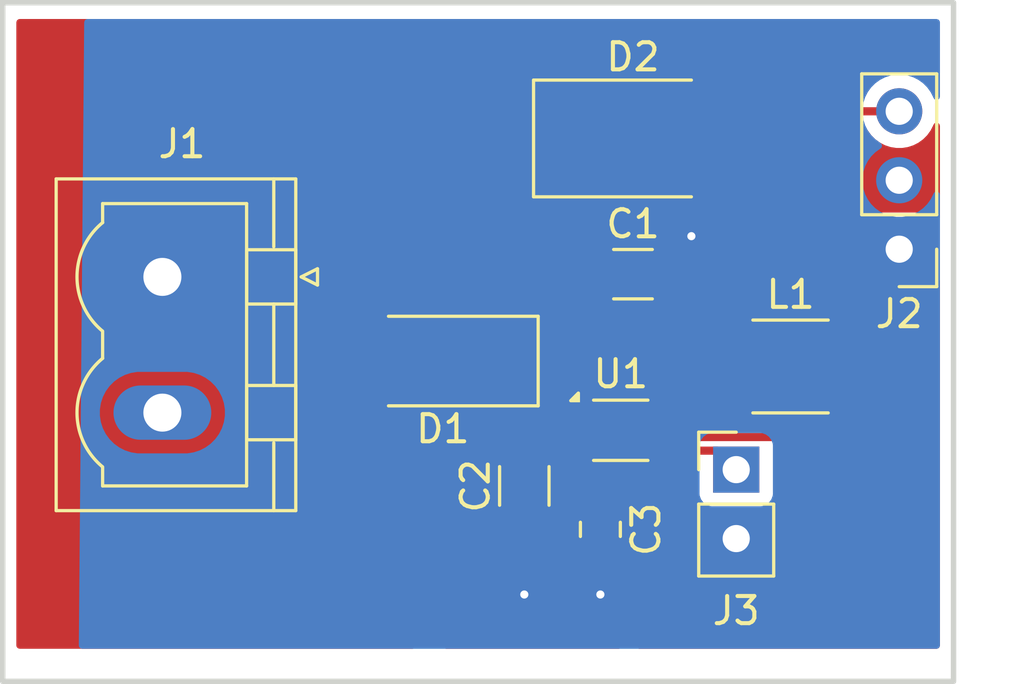
<source format=kicad_pcb>
(kicad_pcb (version 20241229) (generator "pcbnew") (generator_version "9.0")
  (layers (0 "F.Cu" signal) (2 "B.Cu" signal) (13 "F.Paste" user) (15 "B.Paste" user) (5 "F.SilkS" user "F.Silkscreen") (7 "B.SilkS" user "B.Silkscreen") (1 "F.Mask" user) (3 "B.Mask" user) (25 "Edge.Cuts" user))
  (net 0 "")
  (net 1 "GND")
  (net 2 "Net-(U1-VCC)")
  (net 3 "Net-(J2-Pin_2)")
  (net 4 "Net-(J2-Pin_3)")
  (net 5 "Net-(J3-Pin_1)")
  (net 6 "Net-(U1-LX)")
  (net 7 "Net-(D1-K)")
  (net 8 "Net-(D1-A)")
  (footprint "Connector_Phoenix_MSTB:PhoenixContact_MSTBVA_2,5_2-G_1x02_P5.00mm_Vertical" (layer "F.Cu") (at 53.6775 66.9 -90)
    (property "Reference" "J1" (at -4.9 -0.7225 180) (layer "F.SilkS"))
    (property "Value" "Input")
    (fp_line (start -3.61 3.91) (end 8.61 3.91) (stroke (width 0.12)) (layer "F.SilkS"))
    (fp_line (start 8.61 3.91) (end 8.61 -4.91) (stroke (width 0.12)) (layer "F.SilkS"))
    (fp_line (start -2.7 2.2) (end -2.7 -3.1) (stroke (width 0.12)) (layer "F.SilkS"))
    (fp_line (start -2 2.2) (end -2.7 2.2) (stroke (width 0.12)) (layer "F.SilkS"))
    (fp_line (start 2 2.2) (end 3 2.2) (stroke (width 0.12)) (layer "F.SilkS"))
    (fp_line (start 7.7 2.2) (end 7 2.2) (stroke (width 0.12)) (layer "F.SilkS"))
    (fp_line (start -2.7 -3.1) (end 7.7 -3.1) (stroke (width 0.12)) (layer "F.SilkS"))
    (fp_line (start -1 -3.1) (end -1 -4.91) (stroke (width 0.12)) (layer "F.SilkS"))
    (fp_line (start 1 -3.1) (end -1 -3.1) (stroke (width 0.12)) (layer "F.SilkS"))
    (fp_line (start 4 -3.1) (end 4 -4.91) (stroke (width 0.12)) (layer "F.SilkS"))
    (fp_line (start 6 -3.1) (end 4 -3.1) (stroke (width 0.12)) (layer "F.SilkS"))
    (fp_line (start 7.7 -3.1) (end 7.7 2.2) (stroke (width 0.12)) (layer "F.SilkS"))
    (fp_line (start -3.61 -4.1) (end -1.11 -4.1) (stroke (width 0.12)) (layer "F.SilkS"))
    (fp_line (start 1 -4.1) (end 4 -4.1) (stroke (width 0.12)) (layer "F.SilkS"))
    (fp_line (start 8.61 -4.1) (end 6.11 -4.1) (stroke (width 0.12)) (layer "F.SilkS"))
    (fp_line (start -3.61 -4.91) (end -3.61 3.91) (stroke (width 0.12)) (layer "F.SilkS"))
    (fp_line (start -1 -4.91) (end 1 -4.91) (stroke (width 0.12)) (layer "F.SilkS"))
    (fp_line (start 1 -4.91) (end 1 -3.1) (stroke (width 0.12)) (layer "F.SilkS"))
    (fp_line (start 4 -4.91) (end 6 -4.91) (stroke (width 0.12)) (layer "F.SilkS"))
    (fp_line (start 6 -4.91) (end 6 -3.1) (stroke (width 0.12)) (layer "F.SilkS"))
    (fp_line (start 8.61 -4.91) (end -3.61 -4.91) (stroke (width 0.12)) (layer "F.SilkS"))
    (fp_line (start 0 -5.11) (end -0.3 -5.71) (stroke (width 0.12)) (layer "F.SilkS"))
    (fp_line (start -0.3 -5.71) (end 0.3 -5.71) (stroke (width 0.12)) (layer "F.SilkS"))
    (fp_line (start 0.3 -5.71) (end 0 -5.11) (stroke (width 0.12)) (layer "F.SilkS"))
    (fp_arc (start 1.986842 2.215821) (mid -0.010289 3.142758) (end -2 2.2) (stroke (width 0.12)) (layer "F.SilkS"))
    (fp_arc (start 6.986842 2.215821) (mid 4.989711 3.142758) (end 3 2.2) (stroke (width 0.12)) (layer "F.SilkS"))
    (pad "1" thru_hole roundrect (at 0 0 270) (size 2 3.6) (drill 1.4) (layers "*.Cu" "*.Mask") (roundrect_rratio 0.125) (net 1 "GND"))
    (pad "2" thru_hole oval (at 5 0 270) (size 2 3.6) (drill 1.4) (layers "*.Cu" "*.Mask") (net 8 "Net-(D1-A)"))
  )
  (footprint "Capacitor_SMD:C_1206_3216Metric" (layer "F.Cu") (at 71 66.8)
    (property "Reference" "C1" (at 0 -1.85 0) (layer "F.SilkS"))
    (property "Value" "1uF" (hide yes))
    (fp_line (start -0.711252 -0.91) (end 0.711252 -0.91) (stroke (width 0.12)) (layer "F.SilkS"))
    (fp_line (start -0.711252 0.91) (end 0.711252 0.91) (stroke (width 0.12)) (layer "F.SilkS"))
    (pad "1" smd roundrect (at -1.475 0) (size 1.15 1.8) (layers "F.Cu" "F.Mask" "F.Paste") (roundrect_rratio 0.217391) (net 7 "Net-(D1-K)"))
    (pad "2" smd roundrect (at 1.475 0) (size 1.15 1.8) (layers "F.Cu" "F.Mask" "F.Paste") (roundrect_rratio 0.217391) (net 1 "GND"))
  )
  (footprint "Diode_SMD:D_SMA" (layer "F.Cu") (at 64 70 180)
    (property "Reference" "D1" (at 0 -2.5 0) (layer "F.SilkS"))
    (property "Value" "D_Schottky_Small" (hide yes))
    (fp_line (start -3.51 1.65) (end 2 1.65) (stroke (width 0.12)) (layer "F.SilkS"))
    (fp_line (start -3.51 -1.65) (end 2 -1.65) (stroke (width 0.12)) (layer "F.SilkS"))
    (fp_line (start -3.51 -1.65) (end -3.51 1.65) (stroke (width 0.12)) (layer "F.SilkS"))
    (pad "1" smd roundrect (at -2 0 180) (size 2.5 1.8) (layers "F.Cu" "F.Mask" "F.Paste") (roundrect_rratio 0.1388888889) (net 7 "Net-(D1-K)"))
    (pad "2" smd roundrect (at 2 0 180) (size 2.5 1.8) (layers "F.Cu" "F.Mask" "F.Paste") (roundrect_rratio 0.1388888889) (net 8 "Net-(D1-A)"))
  )
  (footprint "Connector_PinHeader_2.54mm:PinHeader_1x03_P2.54mm_Vertical" (layer "F.Cu") (at 80.8 65.88 180)
    (property "Reference" "J2" (at 0 -2.38 0) (layer "F.SilkS"))
    (property "Value" "Output")
    (fp_line (start 1.38 1.27) (end 1.38 6.46) (stroke (width 0.12)) (layer "F.SilkS"))
    (fp_line (start -1.38 6.46) (end 1.38 6.46) (stroke (width 0.12)) (layer "F.SilkS"))
    (fp_line (start -1.38 1.27) (end 1.38 1.27) (stroke (width 0.12)) (layer "F.SilkS"))
    (fp_line (start -1.38 1.27) (end -1.38 6.46) (stroke (width 0.12)) (layer "F.SilkS"))
    (fp_line (start -1.38 0) (end -1.38 -1.38) (stroke (width 0.12)) (layer "F.SilkS"))
    (fp_line (start -1.38 -1.38) (end 0 -1.38) (stroke (width 0.12)) (layer "F.SilkS"))
    (pad "1" thru_hole rect (at 0 0 180) (size 1.7 1.7) (drill 1) (layers "*.Cu" "*.Mask") (net 1 "GND"))
    (pad "2" thru_hole circle (at 0 2.54 180) (size 1.7 1.7) (drill 1) (layers "*.Cu" "*.Mask") (net 3 "Net-(J2-Pin_2)"))
    (pad "3" thru_hole circle (at 0 5.08 180) (size 1.7 1.7) (drill 1) (layers "*.Cu" "*.Mask") (net 4 "Net-(J2-Pin_3)"))
  )
  (footprint "Capacitor_SMD:C_0805_2012Metric" (layer "F.Cu") (at 69.8 76.2 -90)
    (property "Reference" "C3" (at 0 -1.68 90) (layer "F.SilkS"))
    (property "Value" "10uF" (hide yes))
    (fp_line (start -0.261252 0.735) (end 0.261252 0.735) (stroke (width 0.12)) (layer "F.SilkS"))
    (fp_line (start -0.261252 -0.735) (end 0.261252 -0.735) (stroke (width 0.12)) (layer "F.SilkS"))
    (pad "1" smd roundrect (at -0.95 0 270) (size 1 1.45) (layers "F.Cu" "F.Mask" "F.Paste") (net 3 "Net-(J2-Pin_2)"))
    (pad "2" smd roundrect (at 0.95 0 270) (size 1 1.45) (layers "F.Cu" "F.Mask" "F.Paste") (net 1 "GND"))
  )
  (footprint "Inductor_SMD:L_1812_4532Metric" (layer "F.Cu") (at 76.8 70.2)
    (property "Reference" "L1" (at 0 -2.65 0) (layer "F.SilkS"))
    (property "Value" "33uH" (hide yes))
    (fp_line (start -1.386252 -1.71) (end 1.386252 -1.71) (stroke (width 0.12)) (layer "F.SilkS"))
    (fp_line (start -1.386252 1.71) (end 1.386252 1.71) (stroke (width 0.12)) (layer "F.SilkS"))
    (pad "1" smd roundrect (at -2.1375 0) (size 1.125 3.4) (layers "F.Cu" "F.Mask" "F.Paste") (roundrect_rratio 0.222222) (net 6 "Net-(U1-LX)"))
    (pad "2" smd roundrect (at 2.1375 0) (size 1.125 3.4) (layers "F.Cu" "F.Mask" "F.Paste") (roundrect_rratio 0.222222) (net 3 "Net-(J2-Pin_2)"))
  )
  (footprint "Connector_PinHeader_2.54mm:PinHeader_1x02_P2.54mm_Vertical" (layer "F.Cu") (at 74.8 74)
    (property "Reference" "J3" (at 0 5.2 0) (layer "F.SilkS"))
    (property "Value" "Mode")
    (fp_line (start -1.38 -1.38) (end 0 -1.38) (stroke (width 0.12)) (layer "F.SilkS"))
    (fp_line (start -1.38 0) (end -1.38 -1.38) (stroke (width 0.12)) (layer "F.SilkS"))
    (fp_line (start -1.38 1.27) (end -1.38 3.92) (stroke (width 0.12)) (layer "F.SilkS"))
    (fp_line (start -1.38 1.27) (end 1.38 1.27) (stroke (width 0.12)) (layer "F.SilkS"))
    (fp_line (start -1.38 3.92) (end 1.38 3.92) (stroke (width 0.12)) (layer "F.SilkS"))
    (fp_line (start 1.38 1.27) (end 1.38 3.92) (stroke (width 0.12)) (layer "F.SilkS"))
    (pad "1" thru_hole rect (at 0 0) (size 1.7 1.7) (drill 1) (layers "*.Cu" "*.Mask") (net 5 "Net-(J3-Pin_1)"))
    (pad "2" thru_hole circle (at 0 2.54) (size 1.7 1.7) (drill 1) (layers "*.Cu" "*.Mask") (net 1 "GND"))
  )
  (footprint "Package_DFN_QFN:DFN-8_2x2mm_P0.5mm" (layer "F.Cu") (at 70.55 72.55)
    (property "Reference" "U1" (at 0 -2.075 0) (layer "F.SilkS"))
    (property "Value" "MAX15062A" (hide yes))
    (fp_line (start -1 -1.11) (end 1 -1.11) (stroke (width 0.12)) (layer "F.SilkS"))
    (fp_line (start -1 1.11) (end 1 1.11) (stroke (width 0.12)) (layer "F.SilkS"))
    (fp_poly (pts (xy -1.56 -1.09) (xy -1.84 -1.09) (xy -1.56 -1.37) (xy -1.56 -1.09)) (stroke (width 0.12)) (fill yes) (layer "F.SilkS"))
    (pad "1" smd rect (at -0.95 -0.75) (size 0.85 0.3) (layers "F.Cu" "F.Mask" "F.Paste") (net 7 "Net-(D1-K)"))
    (pad "2" smd rect (at -0.95 -0.25) (size 0.85 0.3) (layers "F.Cu" "F.Mask" "F.Paste") (net 7 "Net-(D1-K)"))
    (pad "3" smd rect (at -0.95 0.25) (size 0.85 0.3) (layers "F.Cu" "F.Mask" "F.Paste") (net 2 "Net-(U1-VCC)"))
    (pad "4" smd rect (at -0.95 0.75) (size 0.85 0.3) (layers "F.Cu" "F.Mask" "F.Paste") (net 3 "Net-(J2-Pin_2)"))
    (pad "5" smd rect (at 0.95 0.75) (size 0.85 0.3) (layers "F.Cu" "F.Mask" "F.Paste") (net 5 "Net-(J3-Pin_1)"))
    (pad "6" smd rect (at 0.95 0.25) (size 0.85 0.3) (layers "F.Cu" "F.Mask" "F.Paste") (net 4 "Net-(J2-Pin_3)"))
    (pad "7" smd rect (at 0.95 -0.25) (size 0.85 0.3) (layers "F.Cu" "F.Mask" "F.Paste") (net 1 "GND"))
    (pad "8" smd rect (at 0.95 -0.75) (size 0.85 0.3) (layers "F.Cu" "F.Mask" "F.Paste") (net 6 "Net-(U1-LX)"))
  )
  (footprint "Diode_SMD:D_SMB" (layer "F.Cu") (at 71 61.8)
    (property "Reference" "D2" (at 0 -3 0) (layer "F.SilkS"))
    (property "Value" "SM6T68A" (hide yes))
    (fp_line (start -3.66 -2.15) (end -3.66 2.15) (stroke (width 0.12)) (layer "F.SilkS"))
    (fp_line (start -3.66 -2.15) (end 2.15 -2.15) (stroke (width 0.12)) (layer "F.SilkS"))
    (fp_line (start -3.66 2.15) (end 2.15 2.15) (stroke (width 0.12)) (layer "F.SilkS"))
    (pad "1" smd roundrect (at -2.15 0) (size 2.5 2.3) (layers "F.Cu" "F.Mask" "F.Paste") (roundrect_rratio 0.1086956522) (net 7 "Net-(D1-K)"))
    (pad "2" smd roundrect (at 2.15 0) (size 2.5 2.3) (layers "F.Cu" "F.Mask" "F.Paste") (roundrect_rratio 0.1086956522) (net 1 "GND"))
  )
  (footprint "Capacitor_SMD:C_1206_3216Metric" (layer "F.Cu") (at 67 74.6 -90)
    (property "Reference" "C2" (at 0 1.8 90) (layer "F.SilkS"))
    (property "Value" "1uF" (hide yes))
    (fp_line (start -0.711252 0.91) (end 0.711252 0.91) (stroke (width 0.12)) (layer "F.SilkS"))
    (fp_line (start -0.711252 -0.91) (end 0.711252 -0.91) (stroke (width 0.12)) (layer "F.SilkS"))
    (pad "1" smd roundrect (at -1.475 0 270) (size 1.15 1.8) (layers "F.Cu" "F.Mask" "F.Paste") (roundrect_rratio 0.217391) (net 2 "Net-(U1-VCC)"))
    (pad "2" smd roundrect (at 1.475 0 270) (size 1.15 1.8) (layers "F.Cu" "F.Mask" "F.Paste") (roundrect_rratio 0.217391) (net 1 "GND"))
  )
  (gr_line (start 69.6 72.8) (end 67 72.8) (stroke (width 0.3)) (layer "F.Cu") (net 2))
  (gr_rect (start 47.8 56.8) (end 82.8 81.8) (stroke (width 0.2)) (fill no) (layer "Edge.Cuts"))
  (segment (start 73.15 65.4) (end 73.15 66.825) (width 1) (layer "F.Cu") (net 1))
  (segment (start 69.8 77.15) (end 69.8 78.6) (width 1) (layer "F.Cu") (net 1))
  (segment (start 71.3 67.5) (end 72.475 67.5) (width 0.4) (layer "F.Cu") (net 1))
  (segment (start 70.6 72.2) (end 70.6 68.2) (width 0.4) (layer "F.Cu") (net 1))
  (segment (start 70.6 68.2) (end 71.3 67.5) (width 0.4) (layer "F.Cu") (net 1))
  (segment (start 67 76.075) (end 67 78.6) (width 1) (layer "F.Cu") (net 1))
  (segment (start 73.15 62) (end 73.15 65.4) (width 1) (layer "F.Cu") (net 1))
  (segment (start 71.5 72.3) (end 70.7 72.3) (width 0.2) (layer "F.Cu") (net 1))
  (segment (start 70.7 72.3) (end 70.6 72.2) (width 0.2) (layer "F.Cu") (net 1))
  (segment (start 73.15 66.825) (end 72.475 67.5) (width 0.2) (layer "F.Cu") (net 1))
  (via (at 69.8 78.6) (size 0.6) (drill 0.3) (layers "F.Cu" "B.Cu") (net 1))
  (via (at 67 78.6) (size 0.6) (drill 0.3) (layers "F.Cu" "B.Cu") (net 1))
  (via (at 73.15 65.4) (size 0.6) (drill 0.3) (layers "F.Cu" "B.Cu") (net 1))
  (segment (start 69.6 73.3) (end 69.6 75.05) (width 0.3) (layer "F.Cu") (net 3))
  (segment (start 69.6 75.05) (end 69.8 75.25) (width 0.2) (layer "F.Cu") (net 3))
  (segment (start 76.6 60.8) (end 80.8 60.8) (width 0.3) (layer "F.Cu") (net 4))
  (segment (start 71.5 72.8) (end 76.6 72.8) (width 0.3) (layer "F.Cu") (net 4))
  (segment (start 76.6 72.8) (end 76.6 60.8) (width 0.3) (layer "F.Cu") (net 4))
  (segment (start 74.1 73.3) (end 74.8 74) (width 0.2) (layer "F.Cu") (net 5))
  (segment (start 71.5 73.3) (end 74.1 73.3) (width 0.3) (layer "F.Cu") (net 5))
  (segment (start 71.5 71.8) (end 73.0625 71.8) (width 0.3) (layer "F.Cu") (net 6))
  (segment (start 73.0625 71.8) (end 74.6625 70.2) (width 0.3) (layer "F.Cu") (net 6))
  (segment (start 69.6 71.8) (end 69.6 72.3) (width 0.3) (layer "F.Cu") (net 7))
  (segment (start 53.6775 71.9) (end 55.5775 70) (width 1.5) (layer "F.Cu") (net 8))
  (segment (start 55.5775 70) (end 62 70) (width 1.5) (layer "F.Cu") (net 8))
  (zone (net 3) (net_name "Net-(J2-Pin_2)") (layer "F.Cu") (name "Vout") (priority 3) (connect_pads yes (clearance 0.5)) (min_thickness 0.25) (fill yes (thermal_gap 0.5) (thermal_bridge_width 0.5))
    (polygon (pts (xy 68.8 76.2) (xy 72.6 76.2) (xy 72.6 74.4) (xy 70.2 74.4) (xy 70.2 73) (xy 68.8 73) (xy 68.8 73.4)))
  )
  (zone (net 1) (net_name "GND") (layer "F.Cu") (name "GND") (priority 6) (connect_pads yes (clearance 0.5)) (min_thickness 0.25) (fill yes (thermal_gap 0.5) (thermal_bridge_width 0.5))
    (polygon (pts (xy 64 76.8) (xy 70.6 76.8) (xy 70.6 80.6) (xy 64 80.6)))
  )
  (zone (net 7) (net_name "Net-(D1-K)") (layer "F.Cu") (name "Vin") (connect_pads yes (clearance 0.5)) (min_thickness 0.25) (fill yes (thermal_gap 0.5) (thermal_bridge_width 0.5))
    (polygon (pts (xy 69.949946 72.545041) (xy 69.782289 57.4) (xy 64.1 57.4) (xy 64.1 72.496695)))
  )
  (zone (net 6) (net_name "Net-(U1-LX)") (layer "F.Cu") (name "LX") (priority 1) (connect_pads yes (clearance 0.5)) (min_thickness 0.25) (fill yes (thermal_gap 0.5) (thermal_bridge_width 0.5))
    (polygon (pts (xy 71 72) (xy 75.4 72) (xy 75.4 68.8) (xy 71 68.8)))
  )
  (zone (net 8) (net_name "Net-(D1-A)") (layer "F.Cu") (name "In") (priority 8) (connect_pads yes (clearance 0.5)) (min_thickness 0.25) (fill yes (thermal_gap 0.5) (thermal_bridge_width 0.5))
    (polygon (pts (xy 48.2 57.4) (xy 63.2 57.4) (xy 63 80.6) (xy 48.2 80.6)))
  )
  (zone (net 1) (net_name "GND") (layer "F.Cu") (name "GND") (priority 7) (connect_pads yes (clearance 0.5)) (min_thickness 0.25) (fill yes (thermal_gap 0.5) (thermal_bridge_width 0.5))
    (polygon (pts (xy 75.8 57.4) (xy 75.8 67.8) (xy 71 67.8) (xy 71 57.4)))
  )
  (zone (net 3) (net_name "Net-(J2-Pin_2)") (layer "F.Cu") (name "Vout") (priority 2) (connect_pads yes (clearance 0.5)) (min_thickness 0.25) (fill yes (thermal_gap 0.5) (thermal_bridge_width 0.5))
    (polygon (pts (xy 77.8 57.4) (xy 82.4 57.4) (xy 82.4 66.4) (xy 82.4 66.4) (xy 82.4 80.6) (xy 77.8 80.6) (xy 77.8 63.8)))
  )
  (zone (net 3) (net_name "Net-(J2-Pin_2)") (layer "F.Cu") (name "Vout") (priority 5) (connect_pads yes (clearance 0.5)) (min_thickness 0.25) (fill yes (thermal_gap 0.5) (thermal_bridge_width 0.5))
    (polygon (pts (xy 71 76.2) (xy 71 80.6) (xy 81.2 80.6) (xy 81.2 78.4) (xy 72.6 78.4) (xy 72.6 76.2)))
  )
  (zone (net 1) (net_name "GND") (layer "B.Cu") (name "Vin") (priority 4) (connect_pads yes (clearance 0.5)) (min_thickness 0.25) (fill yes (thermal_gap 0.5) (thermal_bridge_width 0.5))
    (polygon (pts (xy 50.8 57.4) (xy 85.4 57.4) (xy 85.4 80.6) (xy 50.6 80.6)))
  )
)
</source>
